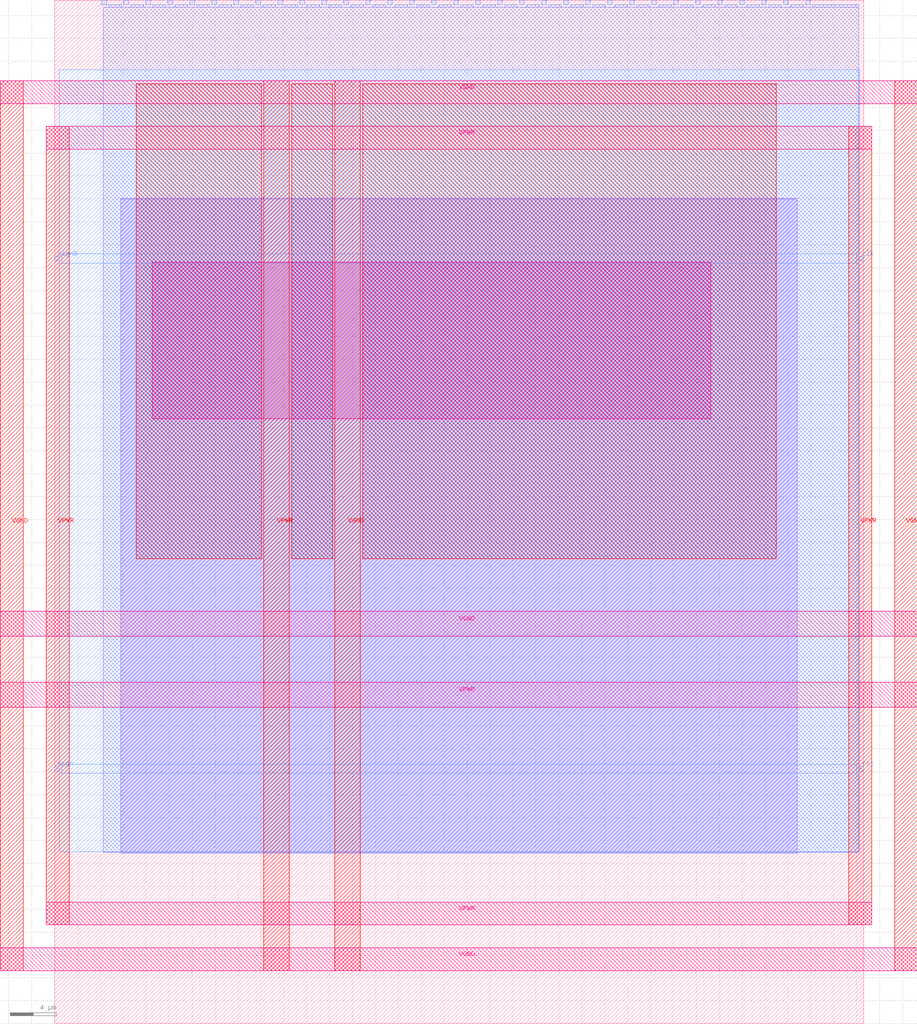
<source format=lef>
VERSION 5.7 ;
  NOWIREEXTENSIONATPIN ON ;
  DIVIDERCHAR "/" ;
  BUSBITCHARS "[]" ;
MACRO DigitalSine
  CLASS BLOCK ;
  FOREIGN DigitalSine ;
  ORIGIN 0.000 0.000 ;
  SIZE 70.625 BY 89.345 ;
  PIN VGND
    DIRECTION INOUT ;
    USE GROUND ;
    PORT
      LAYER Metal4 ;
        RECT -4.740 4.620 -2.740 82.320 ;
    END
    PORT
      LAYER Metal5 ;
        RECT -4.740 4.620 75.300 6.620 ;
    END
    PORT
      LAYER Metal5 ;
        RECT -4.740 80.320 75.300 82.320 ;
    END
    PORT
      LAYER Metal4 ;
        RECT 73.300 4.620 75.300 82.320 ;
    END
    PORT
      LAYER Metal4 ;
        RECT 24.460 4.620 26.660 82.320 ;
    END
    PORT
      LAYER Metal5 ;
        RECT -4.740 33.820 75.300 36.020 ;
    END
  END VGND
  PIN VPWR
    DIRECTION INOUT ;
    USE POWER ;
    PORT
      LAYER Metal4 ;
        RECT -0.740 8.620 1.260 78.320 ;
    END
    PORT
      LAYER Metal5 ;
        RECT -0.740 8.620 71.300 10.620 ;
    END
    PORT
      LAYER Metal5 ;
        RECT -0.740 76.320 71.300 78.320 ;
    END
    PORT
      LAYER Metal4 ;
        RECT 69.300 8.620 71.300 78.320 ;
    END
    PORT
      LAYER Metal4 ;
        RECT 18.260 4.620 20.460 82.320 ;
    END
    PORT
      LAYER Metal5 ;
        RECT -4.740 27.620 75.300 29.820 ;
    END
  END VPWR
  PIN clk
    DIRECTION INPUT ;
    USE SIGNAL ;
    ANTENNAGATEAREA 0.725400 ;
    PORT
      LAYER Metal3 ;
        RECT 70.225 66.580 70.625 66.980 ;
    END
  END clk
  PIN rst
    DIRECTION INPUT ;
    USE SIGNAL ;
    ANTENNAGATEAREA 0.180700 ;
    PORT
      LAYER Metal3 ;
        RECT 70.225 22.060 70.625 22.460 ;
    END
  END rst
  PIN sign
    DIRECTION OUTPUT ;
    USE SIGNAL ;
    ANTENNADIFFAREA 0.706800 ;
    PORT
      LAYER Metal3 ;
        RECT 0.000 22.060 0.400 22.460 ;
    END
  END sign
  PIN signB
    DIRECTION OUTPUT ;
    USE SIGNAL ;
    ANTENNADIFFAREA 0.706800 ;
    PORT
      LAYER Metal3 ;
        RECT 0.000 66.580 0.400 66.980 ;
    END
  END signB
  PIN sine_out[0]
    DIRECTION OUTPUT ;
    USE SIGNAL ;
    ANTENNADIFFAREA 0.706800 ;
    PORT
      LAYER Metal2 ;
        RECT 4.120 88.945 4.520 89.345 ;
    END
  END sine_out[0]
  PIN sine_out[10]
    DIRECTION OUTPUT ;
    USE SIGNAL ;
    ANTENNADIFFAREA 0.706800 ;
    PORT
      LAYER Metal2 ;
        RECT 23.320 88.945 23.720 89.345 ;
    END
  END sine_out[10]
  PIN sine_out[11]
    DIRECTION OUTPUT ;
    USE SIGNAL ;
    ANTENNADIFFAREA 0.706800 ;
    PORT
      LAYER Metal2 ;
        RECT 25.240 88.945 25.640 89.345 ;
    END
  END sine_out[11]
  PIN sine_out[12]
    DIRECTION OUTPUT ;
    USE SIGNAL ;
    ANTENNADIFFAREA 0.706800 ;
    PORT
      LAYER Metal2 ;
        RECT 27.160 88.945 27.560 89.345 ;
    END
  END sine_out[12]
  PIN sine_out[13]
    DIRECTION OUTPUT ;
    USE SIGNAL ;
    ANTENNADIFFAREA 0.706800 ;
    PORT
      LAYER Metal2 ;
        RECT 29.080 88.945 29.480 89.345 ;
    END
  END sine_out[13]
  PIN sine_out[14]
    DIRECTION OUTPUT ;
    USE SIGNAL ;
    ANTENNADIFFAREA 0.706800 ;
    PORT
      LAYER Metal2 ;
        RECT 31.000 88.945 31.400 89.345 ;
    END
  END sine_out[14]
  PIN sine_out[15]
    DIRECTION OUTPUT ;
    USE SIGNAL ;
    ANTENNADIFFAREA 0.706800 ;
    PORT
      LAYER Metal2 ;
        RECT 32.920 88.945 33.320 89.345 ;
    END
  END sine_out[15]
  PIN sine_out[16]
    DIRECTION OUTPUT ;
    USE SIGNAL ;
    ANTENNADIFFAREA 0.706800 ;
    PORT
      LAYER Metal2 ;
        RECT 34.840 88.945 35.240 89.345 ;
    END
  END sine_out[16]
  PIN sine_out[17]
    DIRECTION OUTPUT ;
    USE SIGNAL ;
    ANTENNADIFFAREA 0.706800 ;
    PORT
      LAYER Metal2 ;
        RECT 36.760 88.945 37.160 89.345 ;
    END
  END sine_out[17]
  PIN sine_out[18]
    DIRECTION OUTPUT ;
    USE SIGNAL ;
    ANTENNADIFFAREA 0.706800 ;
    PORT
      LAYER Metal2 ;
        RECT 38.680 88.945 39.080 89.345 ;
    END
  END sine_out[18]
  PIN sine_out[19]
    DIRECTION OUTPUT ;
    USE SIGNAL ;
    ANTENNADIFFAREA 0.706800 ;
    PORT
      LAYER Metal2 ;
        RECT 40.600 88.945 41.000 89.345 ;
    END
  END sine_out[19]
  PIN sine_out[1]
    DIRECTION OUTPUT ;
    USE SIGNAL ;
    ANTENNADIFFAREA 0.706800 ;
    PORT
      LAYER Metal2 ;
        RECT 6.040 88.945 6.440 89.345 ;
    END
  END sine_out[1]
  PIN sine_out[20]
    DIRECTION OUTPUT ;
    USE SIGNAL ;
    ANTENNADIFFAREA 0.706800 ;
    PORT
      LAYER Metal2 ;
        RECT 42.520 88.945 42.920 89.345 ;
    END
  END sine_out[20]
  PIN sine_out[21]
    DIRECTION OUTPUT ;
    USE SIGNAL ;
    ANTENNADIFFAREA 0.706800 ;
    PORT
      LAYER Metal2 ;
        RECT 44.440 88.945 44.840 89.345 ;
    END
  END sine_out[21]
  PIN sine_out[22]
    DIRECTION OUTPUT ;
    USE SIGNAL ;
    ANTENNADIFFAREA 0.706800 ;
    PORT
      LAYER Metal2 ;
        RECT 46.360 88.945 46.760 89.345 ;
    END
  END sine_out[22]
  PIN sine_out[23]
    DIRECTION OUTPUT ;
    USE SIGNAL ;
    ANTENNADIFFAREA 0.706800 ;
    PORT
      LAYER Metal2 ;
        RECT 48.280 88.945 48.680 89.345 ;
    END
  END sine_out[23]
  PIN sine_out[24]
    DIRECTION OUTPUT ;
    USE SIGNAL ;
    ANTENNADIFFAREA 0.706800 ;
    PORT
      LAYER Metal2 ;
        RECT 50.200 88.945 50.600 89.345 ;
    END
  END sine_out[24]
  PIN sine_out[25]
    DIRECTION OUTPUT ;
    USE SIGNAL ;
    ANTENNADIFFAREA 0.706800 ;
    PORT
      LAYER Metal2 ;
        RECT 52.120 88.945 52.520 89.345 ;
    END
  END sine_out[25]
  PIN sine_out[26]
    DIRECTION OUTPUT ;
    USE SIGNAL ;
    ANTENNADIFFAREA 0.706800 ;
    PORT
      LAYER Metal2 ;
        RECT 54.040 88.945 54.440 89.345 ;
    END
  END sine_out[26]
  PIN sine_out[27]
    DIRECTION OUTPUT ;
    USE SIGNAL ;
    ANTENNADIFFAREA 0.706800 ;
    PORT
      LAYER Metal2 ;
        RECT 55.960 88.945 56.360 89.345 ;
    END
  END sine_out[27]
  PIN sine_out[28]
    DIRECTION OUTPUT ;
    USE SIGNAL ;
    ANTENNADIFFAREA 0.706800 ;
    PORT
      LAYER Metal2 ;
        RECT 57.880 88.945 58.280 89.345 ;
    END
  END sine_out[28]
  PIN sine_out[29]
    DIRECTION OUTPUT ;
    USE SIGNAL ;
    ANTENNADIFFAREA 0.706800 ;
    PORT
      LAYER Metal2 ;
        RECT 59.800 88.945 60.200 89.345 ;
    END
  END sine_out[29]
  PIN sine_out[2]
    DIRECTION OUTPUT ;
    USE SIGNAL ;
    ANTENNADIFFAREA 0.706800 ;
    PORT
      LAYER Metal2 ;
        RECT 7.960 88.945 8.360 89.345 ;
    END
  END sine_out[2]
  PIN sine_out[30]
    DIRECTION OUTPUT ;
    USE SIGNAL ;
    ANTENNADIFFAREA 0.706800 ;
    PORT
      LAYER Metal2 ;
        RECT 61.720 88.945 62.120 89.345 ;
    END
  END sine_out[30]
  PIN sine_out[31]
    DIRECTION OUTPUT ;
    USE SIGNAL ;
    ANTENNADIFFAREA 0.706800 ;
    PORT
      LAYER Metal2 ;
        RECT 63.640 88.945 64.040 89.345 ;
    END
  END sine_out[31]
  PIN sine_out[32]
    DIRECTION OUTPUT ;
    USE SIGNAL ;
    ANTENNADIFFAREA 0.706800 ;
    PORT
      LAYER Metal2 ;
        RECT 65.560 88.945 65.960 89.345 ;
    END
  END sine_out[32]
  PIN sine_out[3]
    DIRECTION OUTPUT ;
    USE SIGNAL ;
    ANTENNADIFFAREA 0.706800 ;
    PORT
      LAYER Metal2 ;
        RECT 9.880 88.945 10.280 89.345 ;
    END
  END sine_out[3]
  PIN sine_out[4]
    DIRECTION OUTPUT ;
    USE SIGNAL ;
    ANTENNADIFFAREA 0.706800 ;
    PORT
      LAYER Metal2 ;
        RECT 11.800 88.945 12.200 89.345 ;
    END
  END sine_out[4]
  PIN sine_out[5]
    DIRECTION OUTPUT ;
    USE SIGNAL ;
    ANTENNADIFFAREA 0.706800 ;
    PORT
      LAYER Metal2 ;
        RECT 13.720 88.945 14.120 89.345 ;
    END
  END sine_out[5]
  PIN sine_out[6]
    DIRECTION OUTPUT ;
    USE SIGNAL ;
    ANTENNADIFFAREA 0.706800 ;
    PORT
      LAYER Metal2 ;
        RECT 15.640 88.945 16.040 89.345 ;
    END
  END sine_out[6]
  PIN sine_out[7]
    DIRECTION OUTPUT ;
    USE SIGNAL ;
    ANTENNADIFFAREA 0.706800 ;
    PORT
      LAYER Metal2 ;
        RECT 17.560 88.945 17.960 89.345 ;
    END
  END sine_out[7]
  PIN sine_out[8]
    DIRECTION OUTPUT ;
    USE SIGNAL ;
    ANTENNADIFFAREA 0.706800 ;
    PORT
      LAYER Metal2 ;
        RECT 19.480 88.945 19.880 89.345 ;
    END
  END sine_out[8]
  PIN sine_out[9]
    DIRECTION OUTPUT ;
    USE SIGNAL ;
    ANTENNADIFFAREA 0.706800 ;
    PORT
      LAYER Metal2 ;
        RECT 21.400 88.945 21.800 89.345 ;
    END
  END sine_out[9]
  OBS
      LAYER GatPoly ;
        RECT 5.760 14.970 64.800 71.970 ;
      LAYER Metal1 ;
        RECT 5.760 14.900 64.800 72.040 ;
      LAYER Metal2 ;
        RECT 4.730 88.735 5.830 88.945 ;
        RECT 6.650 88.735 7.750 88.945 ;
        RECT 8.570 88.735 9.670 88.945 ;
        RECT 10.490 88.735 11.590 88.945 ;
        RECT 12.410 88.735 13.510 88.945 ;
        RECT 14.330 88.735 15.430 88.945 ;
        RECT 16.250 88.735 17.350 88.945 ;
        RECT 18.170 88.735 19.270 88.945 ;
        RECT 20.090 88.735 21.190 88.945 ;
        RECT 22.010 88.735 23.110 88.945 ;
        RECT 23.930 88.735 25.030 88.945 ;
        RECT 25.850 88.735 26.950 88.945 ;
        RECT 27.770 88.735 28.870 88.945 ;
        RECT 29.690 88.735 30.790 88.945 ;
        RECT 31.610 88.735 32.710 88.945 ;
        RECT 33.530 88.735 34.630 88.945 ;
        RECT 35.450 88.735 36.550 88.945 ;
        RECT 37.370 88.735 38.470 88.945 ;
        RECT 39.290 88.735 40.390 88.945 ;
        RECT 41.210 88.735 42.310 88.945 ;
        RECT 43.130 88.735 44.230 88.945 ;
        RECT 45.050 88.735 46.150 88.945 ;
        RECT 46.970 88.735 48.070 88.945 ;
        RECT 48.890 88.735 49.990 88.945 ;
        RECT 50.810 88.735 51.910 88.945 ;
        RECT 52.730 88.735 53.830 88.945 ;
        RECT 54.650 88.735 55.750 88.945 ;
        RECT 56.570 88.735 57.670 88.945 ;
        RECT 58.490 88.735 59.590 88.945 ;
        RECT 60.410 88.735 61.510 88.945 ;
        RECT 62.330 88.735 63.430 88.945 ;
        RECT 64.250 88.735 65.350 88.945 ;
        RECT 66.170 88.735 70.185 88.945 ;
        RECT 4.215 14.975 70.185 88.735 ;
      LAYER Metal3 ;
        RECT 0.400 67.190 70.225 83.260 ;
        RECT 0.610 66.370 70.015 67.190 ;
        RECT 0.400 22.670 70.225 66.370 ;
        RECT 0.610 21.850 70.015 22.670 ;
        RECT 0.400 15.020 70.225 21.850 ;
      LAYER Metal4 ;
        RECT 7.100 40.595 18.050 82.045 ;
        RECT 20.670 40.595 24.250 82.045 ;
        RECT 26.870 40.595 62.980 82.045 ;
      LAYER Metal5 ;
        RECT 8.495 52.820 57.265 66.460 ;
  END
END DigitalSine
END LIBRARY


</source>
